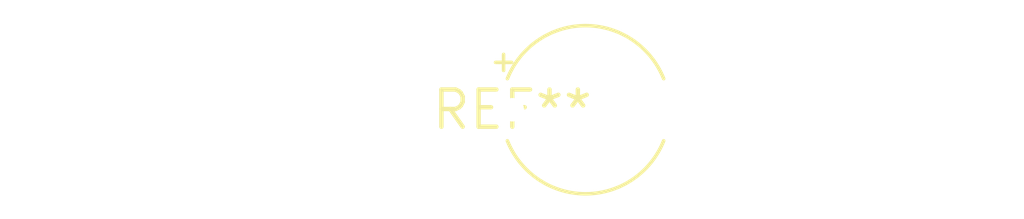
<source format=kicad_pcb>
(kicad_pcb (version 20240108) (generator pcbnew)
  (layers (0 "F.Cu" signal) (31 "B.Cu" signal) (34 "B.Paste" user) (35 "F.Paste" user) (36 "B.SilkS" user "B.Silkscreen") (37 "F.SilkS" user "F.Silkscreen") (38 "B.Mask" user) (39 "F.Mask" user) (44 "Edge.Cuts" user))
  (net 0 "")
  (footprint "CP_Radial_Tantal_D5.5mm_P5.00mm" (layer "F.Cu") (at 0 0)
    (property "Reference" "REF**")
    (property "Value" "CP_Radial_Tantal_D5.5mm_P5.00mm")
    (fp_line (start -0.572262 -1.615) (end -0.022262 -1.615) (layer "F.SilkS") (stroke (width 0.12)))
    (fp_line (start -0.297262 -1.89) (end -0.297262 -1.34) (layer "F.SilkS") (stroke (width 0.12)))
    (fp_arc (start -0.167077 -1.06) (mid 2.5 -2.87) (end 5.167077 -1.06) (layer "F.SilkS") (stroke (width 0.12)))
    (fp_arc (start 5.167077 1.06) (mid 2.5 2.87) (end -0.167077 1.06) (layer "F.SilkS") (stroke (width 0.12)))
    (pad "1" thru_hole rect (at 0 0) (size 1.6 1.6) (drill 0.8) (layers *.Cu *.Mask) (remove_unused_layers))
    (pad "2" thru_hole circle (at 5 0) (size 1.6 1.6) (drill 0.8) (layers *.Cu *.Mask) (remove_unused_layers))
  )
)
</source>
